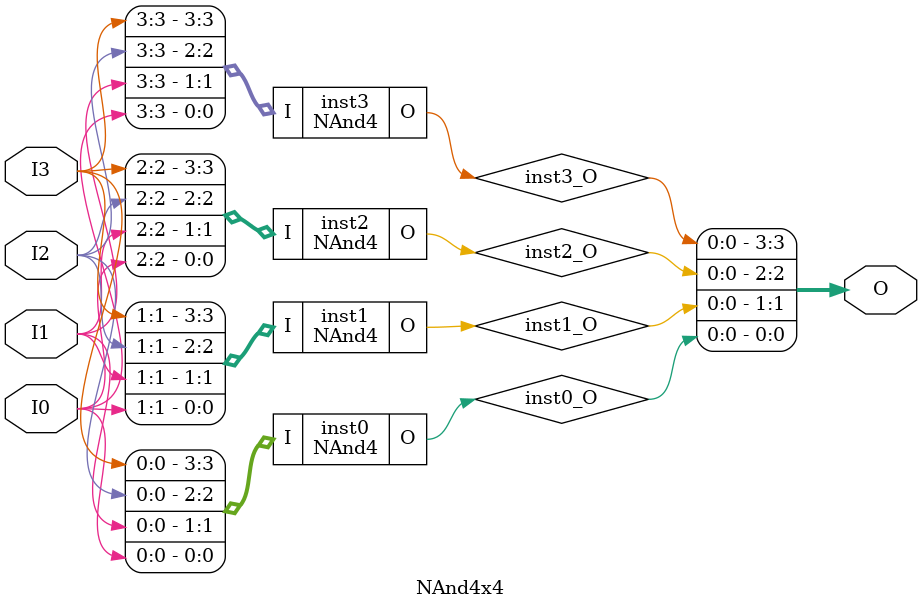
<source format=v>
module NAnd4 (input [3:0] I, output  O);
wire  inst0_O;
LUT4 #(.INIT(16'h8000)) inst0 (.I0(I[0]), .I1(I[1]), .I2(I[2]), .I3(I[3]), .O(inst0_O));
assign O = inst0_O;
endmodule

module NAnd4x4 (input [3:0] I0, input [3:0] I1, input [3:0] I2, input [3:0] I3, output [3:0] O);
wire  inst0_O;
wire  inst1_O;
wire  inst2_O;
wire  inst3_O;
NAnd4 inst0 (.I({I3[0],I2[0],I1[0],I0[0]}), .O(inst0_O));
NAnd4 inst1 (.I({I3[1],I2[1],I1[1],I0[1]}), .O(inst1_O));
NAnd4 inst2 (.I({I3[2],I2[2],I1[2],I0[2]}), .O(inst2_O));
NAnd4 inst3 (.I({I3[3],I2[3],I1[3],I0[3]}), .O(inst3_O));
assign O = {inst3_O,inst2_O,inst1_O,inst0_O};
endmodule


</source>
